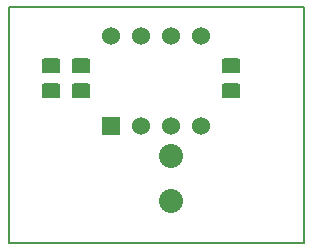
<source format=gbr>
G04 PROTEUS GERBER X2 FILE*
%TF.GenerationSoftware,Labcenter,Proteus,8.6-SP2-Build23525*%
%TF.CreationDate,2019-01-24T07:34:18+00:00*%
%TF.FileFunction,Soldermask,Top*%
%TF.FilePolarity,Negative*%
%TF.Part,Single*%
%FSLAX45Y45*%
%MOMM*%
G01*
%AMPPAD007*
4,1,36,
-0.635000,0.762000,
0.635000,0.762000,
0.660970,0.759470,
0.684980,0.752200,
0.706580,0.740650,
0.725290,0.725290,
0.740650,0.706570,
0.752200,0.684980,
0.759470,0.660970,
0.762000,0.635000,
0.762000,-0.635000,
0.759470,-0.660970,
0.752200,-0.684980,
0.740650,-0.706570,
0.725290,-0.725290,
0.706580,-0.740650,
0.684980,-0.752200,
0.660970,-0.759470,
0.635000,-0.762000,
-0.635000,-0.762000,
-0.660970,-0.759470,
-0.684980,-0.752200,
-0.706580,-0.740650,
-0.725290,-0.725290,
-0.740650,-0.706570,
-0.752200,-0.684980,
-0.759470,-0.660970,
-0.762000,-0.635000,
-0.762000,0.635000,
-0.759470,0.660970,
-0.752200,0.684980,
-0.740650,0.706570,
-0.725290,0.725290,
-0.706580,0.740650,
-0.684980,0.752200,
-0.660970,0.759470,
-0.635000,0.762000,
0*%
%TA.AperFunction,Material*%
%ADD17PPAD007*%
%ADD18C,1.524000*%
%TA.AperFunction,Material*%
%ADD19C,2.032000*%
%AMPPAD010*
4,1,36,
0.762000,0.508000,
0.762000,-0.508000,
0.759470,-0.533970,
0.752200,-0.557980,
0.740650,-0.579580,
0.725290,-0.598290,
0.706570,-0.613650,
0.684980,-0.625200,
0.660970,-0.632470,
0.635000,-0.635000,
-0.635000,-0.635000,
-0.660970,-0.632470,
-0.684980,-0.625200,
-0.706570,-0.613650,
-0.725290,-0.598290,
-0.740650,-0.579580,
-0.752200,-0.557980,
-0.759470,-0.533970,
-0.762000,-0.508000,
-0.762000,0.508000,
-0.759470,0.533970,
-0.752200,0.557980,
-0.740650,0.579580,
-0.725290,0.598290,
-0.706570,0.613650,
-0.684980,0.625200,
-0.660970,0.632470,
-0.635000,0.635000,
0.635000,0.635000,
0.660970,0.632470,
0.684980,0.625200,
0.706570,0.613650,
0.725290,0.598290,
0.740650,0.579580,
0.752200,0.557980,
0.759470,0.533970,
0.762000,0.508000,
0*%
%ADD70PPAD010*%
%TA.AperFunction,Profile*%
%ADD15C,0.203200*%
%TD.AperFunction*%
D17*
X-381000Y-508000D03*
D18*
X-127000Y-508000D03*
X+127000Y-508000D03*
X+381000Y-508000D03*
X+381000Y+254000D03*
X+127000Y+254000D03*
X-127000Y+254000D03*
X-381000Y+254000D03*
D19*
X+127000Y-762000D03*
X+127000Y-1143000D03*
D70*
X-635000Y+0D03*
X-635000Y-213360D03*
X+635000Y+0D03*
X+635000Y-213360D03*
X-889000Y+0D03*
X-889000Y-213360D03*
D15*
X-1250000Y-1500000D02*
X+1250000Y-1500000D01*
X+1250000Y+500000D01*
X-1250000Y+500000D01*
X-1250000Y-1500000D01*
M02*

</source>
